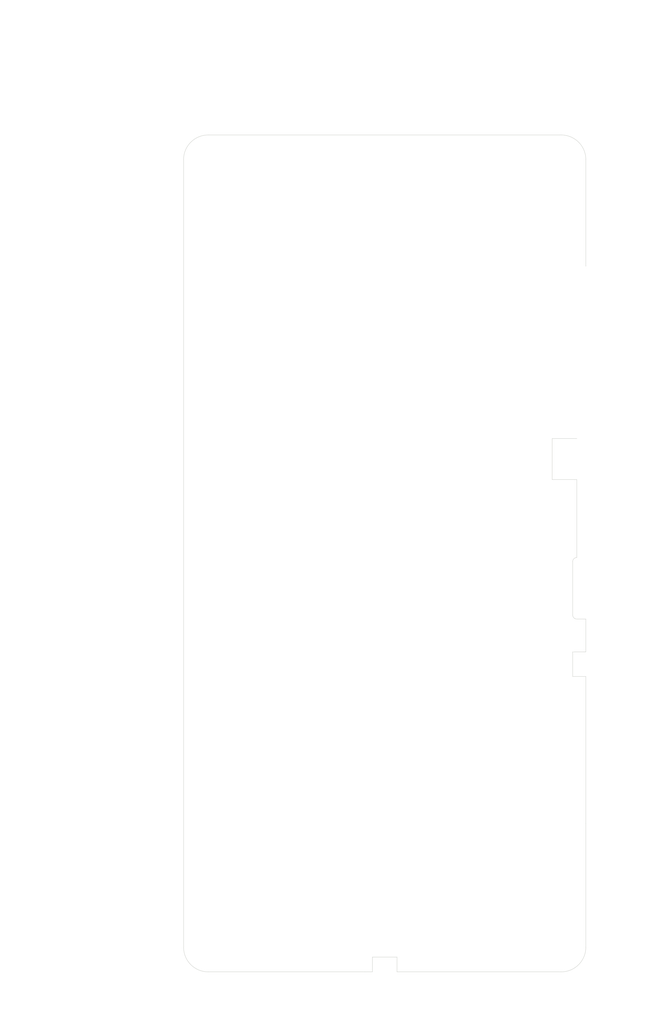
<source format=kicad_pcb>
(kicad_pcb (version 20171130) (host pcbnew 5.1.10-1.fc33)

  (general
    (thickness 1.6)
    (drawings 37)
    (tracks 0)
    (zones 0)
    (modules 0)
    (nets 1)
  )

  (page A4)
  (layers
    (0 F.Cu signal)
    (31 B.Cu signal)
    (32 B.Adhes user)
    (33 F.Adhes user)
    (34 B.Paste user)
    (35 F.Paste user)
    (36 B.SilkS user)
    (37 F.SilkS user)
    (38 B.Mask user)
    (39 F.Mask user)
    (40 Dwgs.User user)
    (41 Cmts.User user)
    (42 Eco1.User user)
    (43 Eco2.User user)
    (44 Edge.Cuts user)
    (45 Margin user)
    (46 B.CrtYd user)
    (47 F.CrtYd user)
    (48 B.Fab user)
    (49 F.Fab user)
  )

  (setup
    (last_trace_width 0.25)
    (trace_clearance 0.2)
    (zone_clearance 0.508)
    (zone_45_only no)
    (trace_min 0.2)
    (via_size 0.8)
    (via_drill 0.4)
    (via_min_size 0.4)
    (via_min_drill 0.3)
    (uvia_size 0.3)
    (uvia_drill 0.1)
    (uvias_allowed no)
    (uvia_min_size 0.2)
    (uvia_min_drill 0.1)
    (edge_width 0.05)
    (segment_width 0.2)
    (pcb_text_width 0.3)
    (pcb_text_size 1.5 1.5)
    (mod_edge_width 0.12)
    (mod_text_size 1 1)
    (mod_text_width 0.15)
    (pad_size 1.524 1.524)
    (pad_drill 0.762)
    (pad_to_mask_clearance 0)
    (aux_axis_origin 0 0)
    (visible_elements FFFFFF7F)
    (pcbplotparams
      (layerselection 0x010fc_ffffffff)
      (usegerberextensions false)
      (usegerberattributes true)
      (usegerberadvancedattributes true)
      (creategerberjobfile true)
      (excludeedgelayer true)
      (linewidth 0.100000)
      (plotframeref false)
      (viasonmask false)
      (mode 1)
      (useauxorigin false)
      (hpglpennumber 1)
      (hpglpenspeed 20)
      (hpglpendiameter 15.000000)
      (psnegative false)
      (psa4output false)
      (plotreference true)
      (plotvalue true)
      (plotinvisibletext false)
      (padsonsilk false)
      (subtractmaskfromsilk false)
      (outputformat 1)
      (mirror false)
      (drillshape 1)
      (scaleselection 1)
      (outputdirectory ""))
  )

  (net 0 "")

  (net_class Default "This is the default net class."
    (clearance 0.2)
    (trace_width 0.25)
    (via_dia 0.8)
    (via_drill 0.4)
    (uvia_dia 0.3)
    (uvia_drill 0.1)
  )

  (gr_line (start 170.4 86) (end 173.4 86) (layer Edge.Cuts) (width 0.05))
  (gr_line (start 170.4 91) (end 170.4 86) (layer Edge.Cuts) (width 0.05))
  (gr_line (start 173.4 91) (end 170.4 91) (layer Edge.Cuts) (width 0.05))
  (dimension 7.5 (width 0.15) (layer Dwgs.User)
    (gr_text "7.500 mm" (at 168.7 104.25 270) (layer Dwgs.User)
      (effects (font (size 1 1) (thickness 0.15)))
    )
    (feature1 (pts (xy 173.4 108) (xy 169.413579 108)))
    (feature2 (pts (xy 173.4 100.5) (xy 169.413579 100.5)))
    (crossbar (pts (xy 170 100.5) (xy 170 108)))
    (arrow1a (pts (xy 170 108) (xy 169.413579 106.873496)))
    (arrow1b (pts (xy 170 108) (xy 170.586421 106.873496)))
    (arrow2a (pts (xy 170 100.5) (xy 169.413579 101.626504)))
    (arrow2b (pts (xy 170 100.5) (xy 170.586421 101.626504)))
  )
  (dimension 4 (width 0.15) (layer Dwgs.User)
    (gr_text "4.000 mm" (at 178.8 110 270) (layer Dwgs.User)
      (effects (font (size 1 1) (thickness 0.15)))
    )
    (feature1 (pts (xy 174.1 112) (xy 178.086421 112)))
    (feature2 (pts (xy 174.1 108) (xy 178.086421 108)))
    (crossbar (pts (xy 177.5 108) (xy 177.5 112)))
    (arrow1a (pts (xy 177.5 112) (xy 176.913579 110.873496)))
    (arrow1b (pts (xy 177.5 112) (xy 178.086421 110.873496)))
    (arrow2a (pts (xy 177.5 108) (xy 176.913579 109.126504)))
    (arrow2b (pts (xy 177.5 108) (xy 178.086421 109.126504)))
  )
  (gr_arc (start 173.4 101) (end 173.4 100.5) (angle -90) (layer Edge.Cuts) (width 0.05))
  (gr_line (start 173.4 100.5) (end 173.4 91) (layer Edge.Cuts) (width 0.05))
  (gr_arc (start 173.4 107.5) (end 172.9 107.5) (angle -90) (layer Edge.Cuts) (width 0.05))
  (gr_line (start 172.9 107.5) (end 172.9 101) (layer Edge.Cuts) (width 0.05))
  (gr_line (start 174.5 108) (end 173.4 108) (layer Edge.Cuts) (width 0.05))
  (dimension 1.6 (width 0.15) (layer Dwgs.User) (tstamp 6111C730)
    (gr_text "1.600 mm" (at 173.7 113.1) (layer Dwgs.User) (tstamp 6111C731)
      (effects (font (size 1 1) (thickness 0.15)))
    )
    (feature1 (pts (xy 172.9 115.8) (xy 172.9 113.813579)))
    (feature2 (pts (xy 174.5 115.8) (xy 174.5 113.813579)))
    (crossbar (pts (xy 174.5 114.4) (xy 172.9 114.4)))
    (arrow1a (pts (xy 172.9 114.4) (xy 174.026504 113.813579)))
    (arrow1b (pts (xy 172.9 114.4) (xy 174.026504 114.986421)))
    (arrow2a (pts (xy 174.5 114.4) (xy 173.373496 113.813579)))
    (arrow2b (pts (xy 174.5 114.4) (xy 173.373496 114.986421)))
  )
  (dimension 16 (width 0.15) (layer Dwgs.User)
    (gr_text "16.000 mm" (at 179.4 57 270) (layer Dwgs.User)
      (effects (font (size 1 1) (thickness 0.15)))
    )
    (feature1 (pts (xy 170.8 65) (xy 178.686421 65)))
    (feature2 (pts (xy 170.8 49) (xy 178.686421 49)))
    (crossbar (pts (xy 178.1 49) (xy 178.1 65)))
    (arrow1a (pts (xy 178.1 65) (xy 177.513579 63.873496)))
    (arrow1b (pts (xy 178.1 65) (xy 178.686421 63.873496)))
    (arrow2a (pts (xy 178.1 49) (xy 177.513579 50.126504)))
    (arrow2b (pts (xy 178.1 49) (xy 178.686421 50.126504)))
  )
  (gr_arc (start 171.5 52) (end 174.5 52) (angle -90) (layer Edge.Cuts) (width 0.05))
  (gr_line (start 174.5 65) (end 174.5 52) (layer Edge.Cuts) (width 0.05) (tstamp 6111C65F))
  (dimension 3 (width 0.15) (layer Dwgs.User)
    (gr_text "3.000 mm" (at 181.2 113.5 270) (layer Dwgs.User)
      (effects (font (size 1 1) (thickness 0.15)))
    )
    (feature1 (pts (xy 173.8 115) (xy 180.486421 115)))
    (feature2 (pts (xy 173.8 112) (xy 180.486421 112)))
    (crossbar (pts (xy 179.9 112) (xy 179.9 115)))
    (arrow1a (pts (xy 179.9 115) (xy 179.313579 113.873496)))
    (arrow1b (pts (xy 179.9 115) (xy 180.486421 113.873496)))
    (arrow2a (pts (xy 179.9 112) (xy 179.313579 113.126504)))
    (arrow2b (pts (xy 179.9 112) (xy 180.486421 113.126504)))
  )
  (dimension 36 (width 0.15) (layer Dwgs.User)
    (gr_text "36.000 mm" (at 179.3 133 270) (layer Dwgs.User)
      (effects (font (size 1 1) (thickness 0.15)))
    )
    (feature1 (pts (xy 173.7 151) (xy 178.586421 151)))
    (feature2 (pts (xy 173.7 115) (xy 178.586421 115)))
    (crossbar (pts (xy 178 115) (xy 178 151)))
    (arrow1a (pts (xy 178 151) (xy 177.413579 149.873496)))
    (arrow1b (pts (xy 178 151) (xy 178.586421 149.873496)))
    (arrow2a (pts (xy 178 115) (xy 177.413579 116.126504)))
    (arrow2b (pts (xy 178 115) (xy 178.586421 116.126504)))
  )
  (gr_line (start 172.9 112) (end 174.5 112) (layer Edge.Cuts) (width 0.05) (tstamp 6111C584))
  (gr_line (start 172.9 115) (end 172.9 112) (layer Edge.Cuts) (width 0.05))
  (gr_line (start 174.5 115) (end 172.9 115) (layer Edge.Cuts) (width 0.05))
  (gr_line (start 174.5 132.9) (end 174.5 132.9) (layer Edge.Cuts) (width 0.05) (tstamp 6111C4A0))
  (gr_line (start 174.5 112) (end 174.5 108) (layer Edge.Cuts) (width 0.05) (tstamp 6111C499))
  (gr_line (start 147.6 151) (end 147.6 151) (layer Edge.Cuts) (width 0.05) (tstamp 6111C3EA))
  (gr_line (start 151.5 151) (end 171.5 151) (layer Edge.Cuts) (width 0.05) (tstamp 6111C3B8))
  (dimension 23 (width 0.15) (layer Dwgs.User)
    (gr_text "23.000 mm" (at 163 157.9) (layer Dwgs.User)
      (effects (font (size 1 1) (thickness 0.15)))
    )
    (feature1 (pts (xy 174.5 150.2) (xy 174.5 157.186421)))
    (feature2 (pts (xy 151.5 150.2) (xy 151.5 157.186421)))
    (crossbar (pts (xy 151.5 156.6) (xy 174.5 156.6)))
    (arrow1a (pts (xy 174.5 156.6) (xy 173.373496 157.186421)))
    (arrow1b (pts (xy 174.5 156.6) (xy 173.373496 156.013579)))
    (arrow2a (pts (xy 151.5 156.6) (xy 152.626504 157.186421)))
    (arrow2b (pts (xy 151.5 156.6) (xy 152.626504 156.013579)))
  )
  (dimension 3 (width 0.15) (layer Dwgs.User)
    (gr_text "3.000 mm" (at 150 154) (layer Dwgs.User)
      (effects (font (size 1 1) (thickness 0.15)))
    )
    (feature1 (pts (xy 151.5 150.2) (xy 151.5 153.286421)))
    (feature2 (pts (xy 148.5 150.2) (xy 148.5 153.286421)))
    (crossbar (pts (xy 148.5 152.7) (xy 151.5 152.7)))
    (arrow1a (pts (xy 151.5 152.7) (xy 150.373496 153.286421)))
    (arrow1b (pts (xy 151.5 152.7) (xy 150.373496 152.113579)))
    (arrow2a (pts (xy 148.5 152.7) (xy 149.626504 153.286421)))
    (arrow2b (pts (xy 148.5 152.7) (xy 149.626504 152.113579)))
  )
  (gr_line (start 151.5 149.2) (end 151.5 151) (layer Edge.Cuts) (width 0.05))
  (gr_line (start 148.5 149.2) (end 151.5 149.2) (layer Edge.Cuts) (width 0.05))
  (gr_line (start 148.5 151) (end 148.5 149.2) (layer Edge.Cuts) (width 0.05))
  (dimension 102 (width 0.15) (layer Dwgs.User)
    (gr_text "102.000 mm" (at 106.8 100 270) (layer Dwgs.User)
      (effects (font (size 1 1) (thickness 0.15)))
    )
    (feature1 (pts (xy 131 151) (xy 107.513579 151)))
    (feature2 (pts (xy 131 49) (xy 107.513579 49)))
    (crossbar (pts (xy 108.1 49) (xy 108.1 151)))
    (arrow1a (pts (xy 108.1 151) (xy 107.513579 149.873496)))
    (arrow1b (pts (xy 108.1 151) (xy 108.686421 149.873496)))
    (arrow2a (pts (xy 108.1 49) (xy 107.513579 50.126504)))
    (arrow2b (pts (xy 108.1 49) (xy 108.686421 50.126504)))
  )
  (dimension 49.000102 (width 0.15) (layer Dwgs.User)
    (gr_text "49.000 mm" (at 149.955504 33.246824 0.1169299999) (layer Dwgs.User)
      (effects (font (size 1 1) (thickness 0.15)))
    )
    (feature1 (pts (xy 174.5 55) (xy 174.45696 33.910401)))
    (feature2 (pts (xy 125.5 55.1) (xy 125.45696 34.010401)))
    (crossbar (pts (xy 125.458157 34.596821) (xy 174.458157 34.496821)))
    (arrow1a (pts (xy 174.458157 34.496821) (xy 173.332852 35.08554)))
    (arrow1b (pts (xy 174.458157 34.496821) (xy 173.330459 33.9127)))
    (arrow2a (pts (xy 125.458157 34.596821) (xy 126.585855 35.180942)))
    (arrow2b (pts (xy 125.458157 34.596821) (xy 126.583462 34.008102)))
  )
  (gr_arc (start 171.5 148) (end 171.5 151) (angle -90) (layer Edge.Cuts) (width 0.05))
  (gr_arc (start 128.5 148) (end 125.5 148) (angle -90) (layer Edge.Cuts) (width 0.05))
  (gr_arc (start 128.5 52) (end 128.5 49) (angle -90) (layer Edge.Cuts) (width 0.05))
  (gr_line (start 125.5 148) (end 125.5 52) (layer Edge.Cuts) (width 0.05))
  (gr_line (start 171.5 49) (end 128.5 49) (layer Edge.Cuts) (width 0.05))
  (gr_line (start 174.5 148) (end 174.5 115) (layer Edge.Cuts) (width 0.05))
  (gr_line (start 128.5 151) (end 148.5 151) (layer Edge.Cuts) (width 0.05))

)

</source>
